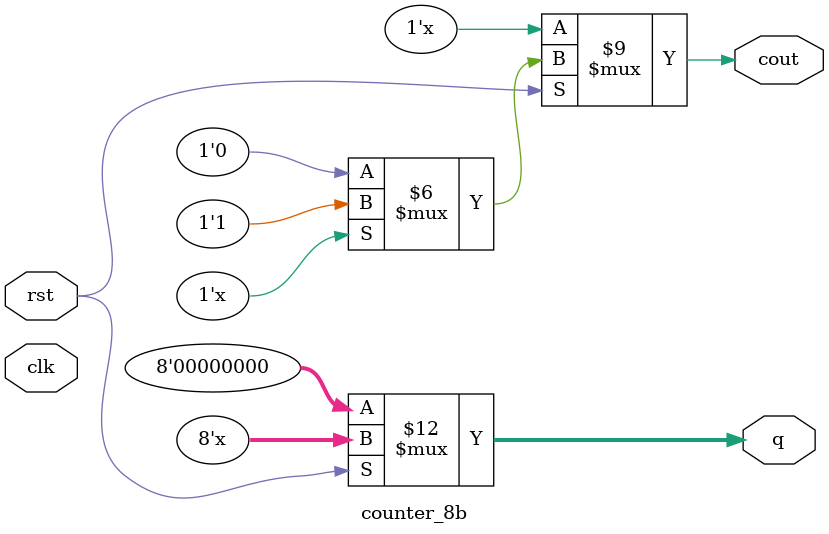
<source format=v>
module counter_8b
(clk, rst, q, cout);
input        clk;
input        rst;
output       cout;
reg          cout;
output [7:0] q;
reg    [7:0] q;

always @(clk, rst)
begin
	if(rst==0) q = 0;
	else
	begin
		q = q + 1;
		if(q == 8'b11111111) cout <= 1;
		else cout <= 0;
	end
end
endmodule


</source>
